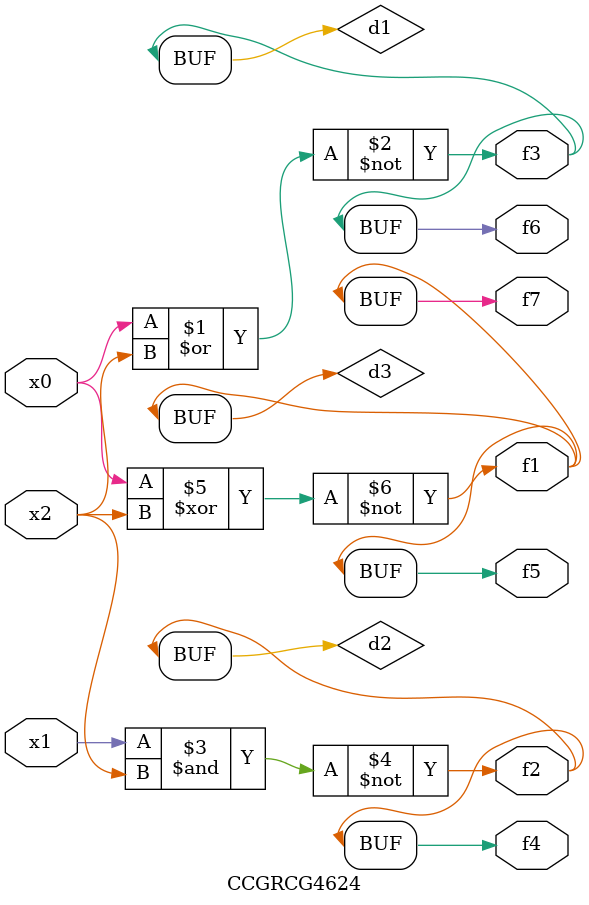
<source format=v>
module CCGRCG4624(
	input x0, x1, x2,
	output f1, f2, f3, f4, f5, f6, f7
);

	wire d1, d2, d3;

	nor (d1, x0, x2);
	nand (d2, x1, x2);
	xnor (d3, x0, x2);
	assign f1 = d3;
	assign f2 = d2;
	assign f3 = d1;
	assign f4 = d2;
	assign f5 = d3;
	assign f6 = d1;
	assign f7 = d3;
endmodule

</source>
